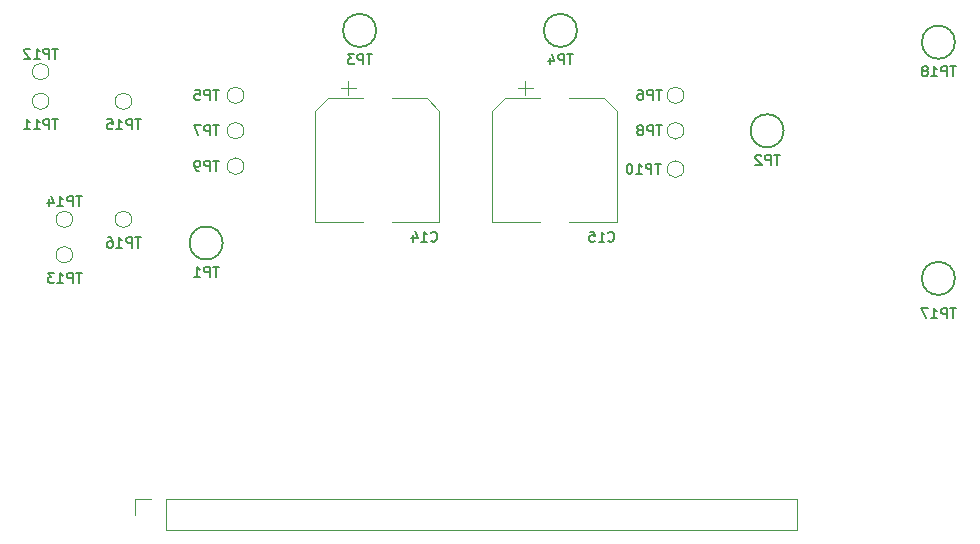
<source format=gbr>
%TF.GenerationSoftware,KiCad,Pcbnew,8.0.6*%
%TF.CreationDate,2024-12-20T12:02:24-05:00*%
%TF.ProjectId,PD Charger,50442043-6861-4726-9765-722e6b696361,0*%
%TF.SameCoordinates,Original*%
%TF.FileFunction,Legend,Bot*%
%TF.FilePolarity,Positive*%
%FSLAX46Y46*%
G04 Gerber Fmt 4.6, Leading zero omitted, Abs format (unit mm)*
G04 Created by KiCad (PCBNEW 8.0.6) date 2024-12-20 12:02:24*
%MOMM*%
%LPD*%
G01*
G04 APERTURE LIST*
%ADD10C,0.150000*%
%ADD11C,0.120000*%
G04 APERTURE END LIST*
D10*
X141477380Y-112535427D02*
X140991666Y-112535427D01*
X141234523Y-113385427D02*
X141234523Y-112535427D01*
X140708333Y-113385427D02*
X140708333Y-112535427D01*
X140708333Y-112535427D02*
X140384523Y-112535427D01*
X140384523Y-112535427D02*
X140303571Y-112575903D01*
X140303571Y-112575903D02*
X140263094Y-112616379D01*
X140263094Y-112616379D02*
X140222618Y-112697331D01*
X140222618Y-112697331D02*
X140222618Y-112818760D01*
X140222618Y-112818760D02*
X140263094Y-112899712D01*
X140263094Y-112899712D02*
X140303571Y-112940189D01*
X140303571Y-112940189D02*
X140384523Y-112980665D01*
X140384523Y-112980665D02*
X140708333Y-112980665D01*
X139413094Y-113385427D02*
X139898809Y-113385427D01*
X139655952Y-113385427D02*
X139655952Y-112535427D01*
X139655952Y-112535427D02*
X139736904Y-112656855D01*
X139736904Y-112656855D02*
X139817856Y-112737808D01*
X139817856Y-112737808D02*
X139898809Y-112778284D01*
X139129761Y-112535427D02*
X138563094Y-112535427D01*
X138563094Y-112535427D02*
X138927380Y-113385427D01*
X79072618Y-94035427D02*
X78586904Y-94035427D01*
X78829761Y-94885427D02*
X78829761Y-94035427D01*
X78303571Y-94885427D02*
X78303571Y-94035427D01*
X78303571Y-94035427D02*
X77979761Y-94035427D01*
X77979761Y-94035427D02*
X77898809Y-94075903D01*
X77898809Y-94075903D02*
X77858332Y-94116379D01*
X77858332Y-94116379D02*
X77817856Y-94197331D01*
X77817856Y-94197331D02*
X77817856Y-94318760D01*
X77817856Y-94318760D02*
X77858332Y-94399712D01*
X77858332Y-94399712D02*
X77898809Y-94440189D01*
X77898809Y-94440189D02*
X77979761Y-94480665D01*
X77979761Y-94480665D02*
X78303571Y-94480665D01*
X77048809Y-94035427D02*
X77453571Y-94035427D01*
X77453571Y-94035427D02*
X77494047Y-94440189D01*
X77494047Y-94440189D02*
X77453571Y-94399712D01*
X77453571Y-94399712D02*
X77372618Y-94359236D01*
X77372618Y-94359236D02*
X77170237Y-94359236D01*
X77170237Y-94359236D02*
X77089285Y-94399712D01*
X77089285Y-94399712D02*
X77048809Y-94440189D01*
X77048809Y-94440189D02*
X77008332Y-94521141D01*
X77008332Y-94521141D02*
X77008332Y-94723522D01*
X77008332Y-94723522D02*
X77048809Y-94804474D01*
X77048809Y-94804474D02*
X77089285Y-94844951D01*
X77089285Y-94844951D02*
X77170237Y-94885427D01*
X77170237Y-94885427D02*
X77372618Y-94885427D01*
X77372618Y-94885427D02*
X77453571Y-94844951D01*
X77453571Y-94844951D02*
X77494047Y-94804474D01*
X116572618Y-97035427D02*
X116086904Y-97035427D01*
X116329761Y-97885427D02*
X116329761Y-97035427D01*
X115803571Y-97885427D02*
X115803571Y-97035427D01*
X115803571Y-97035427D02*
X115479761Y-97035427D01*
X115479761Y-97035427D02*
X115398809Y-97075903D01*
X115398809Y-97075903D02*
X115358332Y-97116379D01*
X115358332Y-97116379D02*
X115317856Y-97197331D01*
X115317856Y-97197331D02*
X115317856Y-97318760D01*
X115317856Y-97318760D02*
X115358332Y-97399712D01*
X115358332Y-97399712D02*
X115398809Y-97440189D01*
X115398809Y-97440189D02*
X115479761Y-97480665D01*
X115479761Y-97480665D02*
X115803571Y-97480665D01*
X114832142Y-97399712D02*
X114913094Y-97359236D01*
X114913094Y-97359236D02*
X114953571Y-97318760D01*
X114953571Y-97318760D02*
X114994047Y-97237808D01*
X114994047Y-97237808D02*
X114994047Y-97197331D01*
X114994047Y-97197331D02*
X114953571Y-97116379D01*
X114953571Y-97116379D02*
X114913094Y-97075903D01*
X114913094Y-97075903D02*
X114832142Y-97035427D01*
X114832142Y-97035427D02*
X114670237Y-97035427D01*
X114670237Y-97035427D02*
X114589285Y-97075903D01*
X114589285Y-97075903D02*
X114548809Y-97116379D01*
X114548809Y-97116379D02*
X114508332Y-97197331D01*
X114508332Y-97197331D02*
X114508332Y-97237808D01*
X114508332Y-97237808D02*
X114548809Y-97318760D01*
X114548809Y-97318760D02*
X114589285Y-97359236D01*
X114589285Y-97359236D02*
X114670237Y-97399712D01*
X114670237Y-97399712D02*
X114832142Y-97399712D01*
X114832142Y-97399712D02*
X114913094Y-97440189D01*
X114913094Y-97440189D02*
X114953571Y-97480665D01*
X114953571Y-97480665D02*
X114994047Y-97561617D01*
X114994047Y-97561617D02*
X114994047Y-97723522D01*
X114994047Y-97723522D02*
X114953571Y-97804474D01*
X114953571Y-97804474D02*
X114913094Y-97844951D01*
X114913094Y-97844951D02*
X114832142Y-97885427D01*
X114832142Y-97885427D02*
X114670237Y-97885427D01*
X114670237Y-97885427D02*
X114589285Y-97844951D01*
X114589285Y-97844951D02*
X114548809Y-97804474D01*
X114548809Y-97804474D02*
X114508332Y-97723522D01*
X114508332Y-97723522D02*
X114508332Y-97561617D01*
X114508332Y-97561617D02*
X114548809Y-97480665D01*
X114548809Y-97480665D02*
X114589285Y-97440189D01*
X114589285Y-97440189D02*
X114670237Y-97399712D01*
X116477380Y-100285427D02*
X115991666Y-100285427D01*
X116234523Y-101135427D02*
X116234523Y-100285427D01*
X115708333Y-101135427D02*
X115708333Y-100285427D01*
X115708333Y-100285427D02*
X115384523Y-100285427D01*
X115384523Y-100285427D02*
X115303571Y-100325903D01*
X115303571Y-100325903D02*
X115263094Y-100366379D01*
X115263094Y-100366379D02*
X115222618Y-100447331D01*
X115222618Y-100447331D02*
X115222618Y-100568760D01*
X115222618Y-100568760D02*
X115263094Y-100649712D01*
X115263094Y-100649712D02*
X115303571Y-100690189D01*
X115303571Y-100690189D02*
X115384523Y-100730665D01*
X115384523Y-100730665D02*
X115708333Y-100730665D01*
X114413094Y-101135427D02*
X114898809Y-101135427D01*
X114655952Y-101135427D02*
X114655952Y-100285427D01*
X114655952Y-100285427D02*
X114736904Y-100406855D01*
X114736904Y-100406855D02*
X114817856Y-100487808D01*
X114817856Y-100487808D02*
X114898809Y-100528284D01*
X113886904Y-100285427D02*
X113805951Y-100285427D01*
X113805951Y-100285427D02*
X113724999Y-100325903D01*
X113724999Y-100325903D02*
X113684523Y-100366379D01*
X113684523Y-100366379D02*
X113644047Y-100447331D01*
X113644047Y-100447331D02*
X113603570Y-100609236D01*
X113603570Y-100609236D02*
X113603570Y-100811617D01*
X113603570Y-100811617D02*
X113644047Y-100973522D01*
X113644047Y-100973522D02*
X113684523Y-101054474D01*
X113684523Y-101054474D02*
X113724999Y-101094951D01*
X113724999Y-101094951D02*
X113805951Y-101135427D01*
X113805951Y-101135427D02*
X113886904Y-101135427D01*
X113886904Y-101135427D02*
X113967856Y-101094951D01*
X113967856Y-101094951D02*
X114008332Y-101054474D01*
X114008332Y-101054474D02*
X114048809Y-100973522D01*
X114048809Y-100973522D02*
X114089285Y-100811617D01*
X114089285Y-100811617D02*
X114089285Y-100609236D01*
X114089285Y-100609236D02*
X114048809Y-100447331D01*
X114048809Y-100447331D02*
X114008332Y-100366379D01*
X114008332Y-100366379D02*
X113967856Y-100325903D01*
X113967856Y-100325903D02*
X113886904Y-100285427D01*
X72477380Y-106535427D02*
X71991666Y-106535427D01*
X72234523Y-107385427D02*
X72234523Y-106535427D01*
X71708333Y-107385427D02*
X71708333Y-106535427D01*
X71708333Y-106535427D02*
X71384523Y-106535427D01*
X71384523Y-106535427D02*
X71303571Y-106575903D01*
X71303571Y-106575903D02*
X71263094Y-106616379D01*
X71263094Y-106616379D02*
X71222618Y-106697331D01*
X71222618Y-106697331D02*
X71222618Y-106818760D01*
X71222618Y-106818760D02*
X71263094Y-106899712D01*
X71263094Y-106899712D02*
X71303571Y-106940189D01*
X71303571Y-106940189D02*
X71384523Y-106980665D01*
X71384523Y-106980665D02*
X71708333Y-106980665D01*
X70413094Y-107385427D02*
X70898809Y-107385427D01*
X70655952Y-107385427D02*
X70655952Y-106535427D01*
X70655952Y-106535427D02*
X70736904Y-106656855D01*
X70736904Y-106656855D02*
X70817856Y-106737808D01*
X70817856Y-106737808D02*
X70898809Y-106778284D01*
X69684523Y-106535427D02*
X69846428Y-106535427D01*
X69846428Y-106535427D02*
X69927380Y-106575903D01*
X69927380Y-106575903D02*
X69967856Y-106616379D01*
X69967856Y-106616379D02*
X70048809Y-106737808D01*
X70048809Y-106737808D02*
X70089285Y-106899712D01*
X70089285Y-106899712D02*
X70089285Y-107223522D01*
X70089285Y-107223522D02*
X70048809Y-107304474D01*
X70048809Y-107304474D02*
X70008332Y-107344951D01*
X70008332Y-107344951D02*
X69927380Y-107385427D01*
X69927380Y-107385427D02*
X69765475Y-107385427D01*
X69765475Y-107385427D02*
X69684523Y-107344951D01*
X69684523Y-107344951D02*
X69644047Y-107304474D01*
X69644047Y-107304474D02*
X69603570Y-107223522D01*
X69603570Y-107223522D02*
X69603570Y-107021141D01*
X69603570Y-107021141D02*
X69644047Y-106940189D01*
X69644047Y-106940189D02*
X69684523Y-106899712D01*
X69684523Y-106899712D02*
X69765475Y-106859236D01*
X69765475Y-106859236D02*
X69927380Y-106859236D01*
X69927380Y-106859236D02*
X70008332Y-106899712D01*
X70008332Y-106899712D02*
X70048809Y-106940189D01*
X70048809Y-106940189D02*
X70089285Y-107021141D01*
X67477380Y-103035427D02*
X66991666Y-103035427D01*
X67234523Y-103885427D02*
X67234523Y-103035427D01*
X66708333Y-103885427D02*
X66708333Y-103035427D01*
X66708333Y-103035427D02*
X66384523Y-103035427D01*
X66384523Y-103035427D02*
X66303571Y-103075903D01*
X66303571Y-103075903D02*
X66263094Y-103116379D01*
X66263094Y-103116379D02*
X66222618Y-103197331D01*
X66222618Y-103197331D02*
X66222618Y-103318760D01*
X66222618Y-103318760D02*
X66263094Y-103399712D01*
X66263094Y-103399712D02*
X66303571Y-103440189D01*
X66303571Y-103440189D02*
X66384523Y-103480665D01*
X66384523Y-103480665D02*
X66708333Y-103480665D01*
X65413094Y-103885427D02*
X65898809Y-103885427D01*
X65655952Y-103885427D02*
X65655952Y-103035427D01*
X65655952Y-103035427D02*
X65736904Y-103156855D01*
X65736904Y-103156855D02*
X65817856Y-103237808D01*
X65817856Y-103237808D02*
X65898809Y-103278284D01*
X64684523Y-103318760D02*
X64684523Y-103885427D01*
X64886904Y-102994951D02*
X65089285Y-103602093D01*
X65089285Y-103602093D02*
X64563094Y-103602093D01*
X112046428Y-106804474D02*
X112086904Y-106844951D01*
X112086904Y-106844951D02*
X112208333Y-106885427D01*
X112208333Y-106885427D02*
X112289285Y-106885427D01*
X112289285Y-106885427D02*
X112410714Y-106844951D01*
X112410714Y-106844951D02*
X112491666Y-106763998D01*
X112491666Y-106763998D02*
X112532143Y-106683046D01*
X112532143Y-106683046D02*
X112572619Y-106521141D01*
X112572619Y-106521141D02*
X112572619Y-106399712D01*
X112572619Y-106399712D02*
X112532143Y-106237808D01*
X112532143Y-106237808D02*
X112491666Y-106156855D01*
X112491666Y-106156855D02*
X112410714Y-106075903D01*
X112410714Y-106075903D02*
X112289285Y-106035427D01*
X112289285Y-106035427D02*
X112208333Y-106035427D01*
X112208333Y-106035427D02*
X112086904Y-106075903D01*
X112086904Y-106075903D02*
X112046428Y-106116379D01*
X111236904Y-106885427D02*
X111722619Y-106885427D01*
X111479762Y-106885427D02*
X111479762Y-106035427D01*
X111479762Y-106035427D02*
X111560714Y-106156855D01*
X111560714Y-106156855D02*
X111641666Y-106237808D01*
X111641666Y-106237808D02*
X111722619Y-106278284D01*
X110467857Y-106035427D02*
X110872619Y-106035427D01*
X110872619Y-106035427D02*
X110913095Y-106440189D01*
X110913095Y-106440189D02*
X110872619Y-106399712D01*
X110872619Y-106399712D02*
X110791666Y-106359236D01*
X110791666Y-106359236D02*
X110589285Y-106359236D01*
X110589285Y-106359236D02*
X110508333Y-106399712D01*
X110508333Y-106399712D02*
X110467857Y-106440189D01*
X110467857Y-106440189D02*
X110427380Y-106521141D01*
X110427380Y-106521141D02*
X110427380Y-106723522D01*
X110427380Y-106723522D02*
X110467857Y-106804474D01*
X110467857Y-106804474D02*
X110508333Y-106844951D01*
X110508333Y-106844951D02*
X110589285Y-106885427D01*
X110589285Y-106885427D02*
X110791666Y-106885427D01*
X110791666Y-106885427D02*
X110872619Y-106844951D01*
X110872619Y-106844951D02*
X110913095Y-106804474D01*
X65477380Y-96535427D02*
X64991666Y-96535427D01*
X65234523Y-97385427D02*
X65234523Y-96535427D01*
X64708333Y-97385427D02*
X64708333Y-96535427D01*
X64708333Y-96535427D02*
X64384523Y-96535427D01*
X64384523Y-96535427D02*
X64303571Y-96575903D01*
X64303571Y-96575903D02*
X64263094Y-96616379D01*
X64263094Y-96616379D02*
X64222618Y-96697331D01*
X64222618Y-96697331D02*
X64222618Y-96818760D01*
X64222618Y-96818760D02*
X64263094Y-96899712D01*
X64263094Y-96899712D02*
X64303571Y-96940189D01*
X64303571Y-96940189D02*
X64384523Y-96980665D01*
X64384523Y-96980665D02*
X64708333Y-96980665D01*
X63413094Y-97385427D02*
X63898809Y-97385427D01*
X63655952Y-97385427D02*
X63655952Y-96535427D01*
X63655952Y-96535427D02*
X63736904Y-96656855D01*
X63736904Y-96656855D02*
X63817856Y-96737808D01*
X63817856Y-96737808D02*
X63898809Y-96778284D01*
X62603570Y-97385427D02*
X63089285Y-97385427D01*
X62846428Y-97385427D02*
X62846428Y-96535427D01*
X62846428Y-96535427D02*
X62927380Y-96656855D01*
X62927380Y-96656855D02*
X63008332Y-96737808D01*
X63008332Y-96737808D02*
X63089285Y-96778284D01*
X65477380Y-90535427D02*
X64991666Y-90535427D01*
X65234523Y-91385427D02*
X65234523Y-90535427D01*
X64708333Y-91385427D02*
X64708333Y-90535427D01*
X64708333Y-90535427D02*
X64384523Y-90535427D01*
X64384523Y-90535427D02*
X64303571Y-90575903D01*
X64303571Y-90575903D02*
X64263094Y-90616379D01*
X64263094Y-90616379D02*
X64222618Y-90697331D01*
X64222618Y-90697331D02*
X64222618Y-90818760D01*
X64222618Y-90818760D02*
X64263094Y-90899712D01*
X64263094Y-90899712D02*
X64303571Y-90940189D01*
X64303571Y-90940189D02*
X64384523Y-90980665D01*
X64384523Y-90980665D02*
X64708333Y-90980665D01*
X63413094Y-91385427D02*
X63898809Y-91385427D01*
X63655952Y-91385427D02*
X63655952Y-90535427D01*
X63655952Y-90535427D02*
X63736904Y-90656855D01*
X63736904Y-90656855D02*
X63817856Y-90737808D01*
X63817856Y-90737808D02*
X63898809Y-90778284D01*
X63089285Y-90616379D02*
X63048809Y-90575903D01*
X63048809Y-90575903D02*
X62967856Y-90535427D01*
X62967856Y-90535427D02*
X62765475Y-90535427D01*
X62765475Y-90535427D02*
X62684523Y-90575903D01*
X62684523Y-90575903D02*
X62644047Y-90616379D01*
X62644047Y-90616379D02*
X62603570Y-90697331D01*
X62603570Y-90697331D02*
X62603570Y-90778284D01*
X62603570Y-90778284D02*
X62644047Y-90899712D01*
X62644047Y-90899712D02*
X63129761Y-91385427D01*
X63129761Y-91385427D02*
X62603570Y-91385427D01*
X141477380Y-92035427D02*
X140991666Y-92035427D01*
X141234523Y-92885427D02*
X141234523Y-92035427D01*
X140708333Y-92885427D02*
X140708333Y-92035427D01*
X140708333Y-92035427D02*
X140384523Y-92035427D01*
X140384523Y-92035427D02*
X140303571Y-92075903D01*
X140303571Y-92075903D02*
X140263094Y-92116379D01*
X140263094Y-92116379D02*
X140222618Y-92197331D01*
X140222618Y-92197331D02*
X140222618Y-92318760D01*
X140222618Y-92318760D02*
X140263094Y-92399712D01*
X140263094Y-92399712D02*
X140303571Y-92440189D01*
X140303571Y-92440189D02*
X140384523Y-92480665D01*
X140384523Y-92480665D02*
X140708333Y-92480665D01*
X139413094Y-92885427D02*
X139898809Y-92885427D01*
X139655952Y-92885427D02*
X139655952Y-92035427D01*
X139655952Y-92035427D02*
X139736904Y-92156855D01*
X139736904Y-92156855D02*
X139817856Y-92237808D01*
X139817856Y-92237808D02*
X139898809Y-92278284D01*
X138927380Y-92399712D02*
X139008332Y-92359236D01*
X139008332Y-92359236D02*
X139048809Y-92318760D01*
X139048809Y-92318760D02*
X139089285Y-92237808D01*
X139089285Y-92237808D02*
X139089285Y-92197331D01*
X139089285Y-92197331D02*
X139048809Y-92116379D01*
X139048809Y-92116379D02*
X139008332Y-92075903D01*
X139008332Y-92075903D02*
X138927380Y-92035427D01*
X138927380Y-92035427D02*
X138765475Y-92035427D01*
X138765475Y-92035427D02*
X138684523Y-92075903D01*
X138684523Y-92075903D02*
X138644047Y-92116379D01*
X138644047Y-92116379D02*
X138603570Y-92197331D01*
X138603570Y-92197331D02*
X138603570Y-92237808D01*
X138603570Y-92237808D02*
X138644047Y-92318760D01*
X138644047Y-92318760D02*
X138684523Y-92359236D01*
X138684523Y-92359236D02*
X138765475Y-92399712D01*
X138765475Y-92399712D02*
X138927380Y-92399712D01*
X138927380Y-92399712D02*
X139008332Y-92440189D01*
X139008332Y-92440189D02*
X139048809Y-92480665D01*
X139048809Y-92480665D02*
X139089285Y-92561617D01*
X139089285Y-92561617D02*
X139089285Y-92723522D01*
X139089285Y-92723522D02*
X139048809Y-92804474D01*
X139048809Y-92804474D02*
X139008332Y-92844951D01*
X139008332Y-92844951D02*
X138927380Y-92885427D01*
X138927380Y-92885427D02*
X138765475Y-92885427D01*
X138765475Y-92885427D02*
X138684523Y-92844951D01*
X138684523Y-92844951D02*
X138644047Y-92804474D01*
X138644047Y-92804474D02*
X138603570Y-92723522D01*
X138603570Y-92723522D02*
X138603570Y-92561617D01*
X138603570Y-92561617D02*
X138644047Y-92480665D01*
X138644047Y-92480665D02*
X138684523Y-92440189D01*
X138684523Y-92440189D02*
X138765475Y-92399712D01*
X109072618Y-91035427D02*
X108586904Y-91035427D01*
X108829761Y-91885427D02*
X108829761Y-91035427D01*
X108303571Y-91885427D02*
X108303571Y-91035427D01*
X108303571Y-91035427D02*
X107979761Y-91035427D01*
X107979761Y-91035427D02*
X107898809Y-91075903D01*
X107898809Y-91075903D02*
X107858332Y-91116379D01*
X107858332Y-91116379D02*
X107817856Y-91197331D01*
X107817856Y-91197331D02*
X107817856Y-91318760D01*
X107817856Y-91318760D02*
X107858332Y-91399712D01*
X107858332Y-91399712D02*
X107898809Y-91440189D01*
X107898809Y-91440189D02*
X107979761Y-91480665D01*
X107979761Y-91480665D02*
X108303571Y-91480665D01*
X107089285Y-91318760D02*
X107089285Y-91885427D01*
X107291666Y-90994951D02*
X107494047Y-91602093D01*
X107494047Y-91602093D02*
X106967856Y-91602093D01*
X79072618Y-100035427D02*
X78586904Y-100035427D01*
X78829761Y-100885427D02*
X78829761Y-100035427D01*
X78303571Y-100885427D02*
X78303571Y-100035427D01*
X78303571Y-100035427D02*
X77979761Y-100035427D01*
X77979761Y-100035427D02*
X77898809Y-100075903D01*
X77898809Y-100075903D02*
X77858332Y-100116379D01*
X77858332Y-100116379D02*
X77817856Y-100197331D01*
X77817856Y-100197331D02*
X77817856Y-100318760D01*
X77817856Y-100318760D02*
X77858332Y-100399712D01*
X77858332Y-100399712D02*
X77898809Y-100440189D01*
X77898809Y-100440189D02*
X77979761Y-100480665D01*
X77979761Y-100480665D02*
X78303571Y-100480665D01*
X77413094Y-100885427D02*
X77251190Y-100885427D01*
X77251190Y-100885427D02*
X77170237Y-100844951D01*
X77170237Y-100844951D02*
X77129761Y-100804474D01*
X77129761Y-100804474D02*
X77048809Y-100683046D01*
X77048809Y-100683046D02*
X77008332Y-100521141D01*
X77008332Y-100521141D02*
X77008332Y-100197331D01*
X77008332Y-100197331D02*
X77048809Y-100116379D01*
X77048809Y-100116379D02*
X77089285Y-100075903D01*
X77089285Y-100075903D02*
X77170237Y-100035427D01*
X77170237Y-100035427D02*
X77332142Y-100035427D01*
X77332142Y-100035427D02*
X77413094Y-100075903D01*
X77413094Y-100075903D02*
X77453571Y-100116379D01*
X77453571Y-100116379D02*
X77494047Y-100197331D01*
X77494047Y-100197331D02*
X77494047Y-100399712D01*
X77494047Y-100399712D02*
X77453571Y-100480665D01*
X77453571Y-100480665D02*
X77413094Y-100521141D01*
X77413094Y-100521141D02*
X77332142Y-100561617D01*
X77332142Y-100561617D02*
X77170237Y-100561617D01*
X77170237Y-100561617D02*
X77089285Y-100521141D01*
X77089285Y-100521141D02*
X77048809Y-100480665D01*
X77048809Y-100480665D02*
X77008332Y-100399712D01*
X116572618Y-94035427D02*
X116086904Y-94035427D01*
X116329761Y-94885427D02*
X116329761Y-94035427D01*
X115803571Y-94885427D02*
X115803571Y-94035427D01*
X115803571Y-94035427D02*
X115479761Y-94035427D01*
X115479761Y-94035427D02*
X115398809Y-94075903D01*
X115398809Y-94075903D02*
X115358332Y-94116379D01*
X115358332Y-94116379D02*
X115317856Y-94197331D01*
X115317856Y-94197331D02*
X115317856Y-94318760D01*
X115317856Y-94318760D02*
X115358332Y-94399712D01*
X115358332Y-94399712D02*
X115398809Y-94440189D01*
X115398809Y-94440189D02*
X115479761Y-94480665D01*
X115479761Y-94480665D02*
X115803571Y-94480665D01*
X114589285Y-94035427D02*
X114751190Y-94035427D01*
X114751190Y-94035427D02*
X114832142Y-94075903D01*
X114832142Y-94075903D02*
X114872618Y-94116379D01*
X114872618Y-94116379D02*
X114953571Y-94237808D01*
X114953571Y-94237808D02*
X114994047Y-94399712D01*
X114994047Y-94399712D02*
X114994047Y-94723522D01*
X114994047Y-94723522D02*
X114953571Y-94804474D01*
X114953571Y-94804474D02*
X114913094Y-94844951D01*
X114913094Y-94844951D02*
X114832142Y-94885427D01*
X114832142Y-94885427D02*
X114670237Y-94885427D01*
X114670237Y-94885427D02*
X114589285Y-94844951D01*
X114589285Y-94844951D02*
X114548809Y-94804474D01*
X114548809Y-94804474D02*
X114508332Y-94723522D01*
X114508332Y-94723522D02*
X114508332Y-94521141D01*
X114508332Y-94521141D02*
X114548809Y-94440189D01*
X114548809Y-94440189D02*
X114589285Y-94399712D01*
X114589285Y-94399712D02*
X114670237Y-94359236D01*
X114670237Y-94359236D02*
X114832142Y-94359236D01*
X114832142Y-94359236D02*
X114913094Y-94399712D01*
X114913094Y-94399712D02*
X114953571Y-94440189D01*
X114953571Y-94440189D02*
X114994047Y-94521141D01*
X67477380Y-109535427D02*
X66991666Y-109535427D01*
X67234523Y-110385427D02*
X67234523Y-109535427D01*
X66708333Y-110385427D02*
X66708333Y-109535427D01*
X66708333Y-109535427D02*
X66384523Y-109535427D01*
X66384523Y-109535427D02*
X66303571Y-109575903D01*
X66303571Y-109575903D02*
X66263094Y-109616379D01*
X66263094Y-109616379D02*
X66222618Y-109697331D01*
X66222618Y-109697331D02*
X66222618Y-109818760D01*
X66222618Y-109818760D02*
X66263094Y-109899712D01*
X66263094Y-109899712D02*
X66303571Y-109940189D01*
X66303571Y-109940189D02*
X66384523Y-109980665D01*
X66384523Y-109980665D02*
X66708333Y-109980665D01*
X65413094Y-110385427D02*
X65898809Y-110385427D01*
X65655952Y-110385427D02*
X65655952Y-109535427D01*
X65655952Y-109535427D02*
X65736904Y-109656855D01*
X65736904Y-109656855D02*
X65817856Y-109737808D01*
X65817856Y-109737808D02*
X65898809Y-109778284D01*
X65129761Y-109535427D02*
X64603570Y-109535427D01*
X64603570Y-109535427D02*
X64886904Y-109859236D01*
X64886904Y-109859236D02*
X64765475Y-109859236D01*
X64765475Y-109859236D02*
X64684523Y-109899712D01*
X64684523Y-109899712D02*
X64644047Y-109940189D01*
X64644047Y-109940189D02*
X64603570Y-110021141D01*
X64603570Y-110021141D02*
X64603570Y-110223522D01*
X64603570Y-110223522D02*
X64644047Y-110304474D01*
X64644047Y-110304474D02*
X64684523Y-110344951D01*
X64684523Y-110344951D02*
X64765475Y-110385427D01*
X64765475Y-110385427D02*
X65008332Y-110385427D01*
X65008332Y-110385427D02*
X65089285Y-110344951D01*
X65089285Y-110344951D02*
X65129761Y-110304474D01*
X79072618Y-97035427D02*
X78586904Y-97035427D01*
X78829761Y-97885427D02*
X78829761Y-97035427D01*
X78303571Y-97885427D02*
X78303571Y-97035427D01*
X78303571Y-97035427D02*
X77979761Y-97035427D01*
X77979761Y-97035427D02*
X77898809Y-97075903D01*
X77898809Y-97075903D02*
X77858332Y-97116379D01*
X77858332Y-97116379D02*
X77817856Y-97197331D01*
X77817856Y-97197331D02*
X77817856Y-97318760D01*
X77817856Y-97318760D02*
X77858332Y-97399712D01*
X77858332Y-97399712D02*
X77898809Y-97440189D01*
X77898809Y-97440189D02*
X77979761Y-97480665D01*
X77979761Y-97480665D02*
X78303571Y-97480665D01*
X77534523Y-97035427D02*
X76967856Y-97035427D01*
X76967856Y-97035427D02*
X77332142Y-97885427D01*
X126572618Y-99535427D02*
X126086904Y-99535427D01*
X126329761Y-100385427D02*
X126329761Y-99535427D01*
X125803571Y-100385427D02*
X125803571Y-99535427D01*
X125803571Y-99535427D02*
X125479761Y-99535427D01*
X125479761Y-99535427D02*
X125398809Y-99575903D01*
X125398809Y-99575903D02*
X125358332Y-99616379D01*
X125358332Y-99616379D02*
X125317856Y-99697331D01*
X125317856Y-99697331D02*
X125317856Y-99818760D01*
X125317856Y-99818760D02*
X125358332Y-99899712D01*
X125358332Y-99899712D02*
X125398809Y-99940189D01*
X125398809Y-99940189D02*
X125479761Y-99980665D01*
X125479761Y-99980665D02*
X125803571Y-99980665D01*
X124994047Y-99616379D02*
X124953571Y-99575903D01*
X124953571Y-99575903D02*
X124872618Y-99535427D01*
X124872618Y-99535427D02*
X124670237Y-99535427D01*
X124670237Y-99535427D02*
X124589285Y-99575903D01*
X124589285Y-99575903D02*
X124548809Y-99616379D01*
X124548809Y-99616379D02*
X124508332Y-99697331D01*
X124508332Y-99697331D02*
X124508332Y-99778284D01*
X124508332Y-99778284D02*
X124548809Y-99899712D01*
X124548809Y-99899712D02*
X125034523Y-100385427D01*
X125034523Y-100385427D02*
X124508332Y-100385427D01*
X97046428Y-106804474D02*
X97086904Y-106844951D01*
X97086904Y-106844951D02*
X97208333Y-106885427D01*
X97208333Y-106885427D02*
X97289285Y-106885427D01*
X97289285Y-106885427D02*
X97410714Y-106844951D01*
X97410714Y-106844951D02*
X97491666Y-106763998D01*
X97491666Y-106763998D02*
X97532143Y-106683046D01*
X97532143Y-106683046D02*
X97572619Y-106521141D01*
X97572619Y-106521141D02*
X97572619Y-106399712D01*
X97572619Y-106399712D02*
X97532143Y-106237808D01*
X97532143Y-106237808D02*
X97491666Y-106156855D01*
X97491666Y-106156855D02*
X97410714Y-106075903D01*
X97410714Y-106075903D02*
X97289285Y-106035427D01*
X97289285Y-106035427D02*
X97208333Y-106035427D01*
X97208333Y-106035427D02*
X97086904Y-106075903D01*
X97086904Y-106075903D02*
X97046428Y-106116379D01*
X96236904Y-106885427D02*
X96722619Y-106885427D01*
X96479762Y-106885427D02*
X96479762Y-106035427D01*
X96479762Y-106035427D02*
X96560714Y-106156855D01*
X96560714Y-106156855D02*
X96641666Y-106237808D01*
X96641666Y-106237808D02*
X96722619Y-106278284D01*
X95508333Y-106318760D02*
X95508333Y-106885427D01*
X95710714Y-105994951D02*
X95913095Y-106602093D01*
X95913095Y-106602093D02*
X95386904Y-106602093D01*
X72477380Y-96535427D02*
X71991666Y-96535427D01*
X72234523Y-97385427D02*
X72234523Y-96535427D01*
X71708333Y-97385427D02*
X71708333Y-96535427D01*
X71708333Y-96535427D02*
X71384523Y-96535427D01*
X71384523Y-96535427D02*
X71303571Y-96575903D01*
X71303571Y-96575903D02*
X71263094Y-96616379D01*
X71263094Y-96616379D02*
X71222618Y-96697331D01*
X71222618Y-96697331D02*
X71222618Y-96818760D01*
X71222618Y-96818760D02*
X71263094Y-96899712D01*
X71263094Y-96899712D02*
X71303571Y-96940189D01*
X71303571Y-96940189D02*
X71384523Y-96980665D01*
X71384523Y-96980665D02*
X71708333Y-96980665D01*
X70413094Y-97385427D02*
X70898809Y-97385427D01*
X70655952Y-97385427D02*
X70655952Y-96535427D01*
X70655952Y-96535427D02*
X70736904Y-96656855D01*
X70736904Y-96656855D02*
X70817856Y-96737808D01*
X70817856Y-96737808D02*
X70898809Y-96778284D01*
X69644047Y-96535427D02*
X70048809Y-96535427D01*
X70048809Y-96535427D02*
X70089285Y-96940189D01*
X70089285Y-96940189D02*
X70048809Y-96899712D01*
X70048809Y-96899712D02*
X69967856Y-96859236D01*
X69967856Y-96859236D02*
X69765475Y-96859236D01*
X69765475Y-96859236D02*
X69684523Y-96899712D01*
X69684523Y-96899712D02*
X69644047Y-96940189D01*
X69644047Y-96940189D02*
X69603570Y-97021141D01*
X69603570Y-97021141D02*
X69603570Y-97223522D01*
X69603570Y-97223522D02*
X69644047Y-97304474D01*
X69644047Y-97304474D02*
X69684523Y-97344951D01*
X69684523Y-97344951D02*
X69765475Y-97385427D01*
X69765475Y-97385427D02*
X69967856Y-97385427D01*
X69967856Y-97385427D02*
X70048809Y-97344951D01*
X70048809Y-97344951D02*
X70089285Y-97304474D01*
X92072618Y-91035427D02*
X91586904Y-91035427D01*
X91829761Y-91885427D02*
X91829761Y-91035427D01*
X91303571Y-91885427D02*
X91303571Y-91035427D01*
X91303571Y-91035427D02*
X90979761Y-91035427D01*
X90979761Y-91035427D02*
X90898809Y-91075903D01*
X90898809Y-91075903D02*
X90858332Y-91116379D01*
X90858332Y-91116379D02*
X90817856Y-91197331D01*
X90817856Y-91197331D02*
X90817856Y-91318760D01*
X90817856Y-91318760D02*
X90858332Y-91399712D01*
X90858332Y-91399712D02*
X90898809Y-91440189D01*
X90898809Y-91440189D02*
X90979761Y-91480665D01*
X90979761Y-91480665D02*
X91303571Y-91480665D01*
X90534523Y-91035427D02*
X90008332Y-91035427D01*
X90008332Y-91035427D02*
X90291666Y-91359236D01*
X90291666Y-91359236D02*
X90170237Y-91359236D01*
X90170237Y-91359236D02*
X90089285Y-91399712D01*
X90089285Y-91399712D02*
X90048809Y-91440189D01*
X90048809Y-91440189D02*
X90008332Y-91521141D01*
X90008332Y-91521141D02*
X90008332Y-91723522D01*
X90008332Y-91723522D02*
X90048809Y-91804474D01*
X90048809Y-91804474D02*
X90089285Y-91844951D01*
X90089285Y-91844951D02*
X90170237Y-91885427D01*
X90170237Y-91885427D02*
X90413094Y-91885427D01*
X90413094Y-91885427D02*
X90494047Y-91844951D01*
X90494047Y-91844951D02*
X90534523Y-91804474D01*
X79072618Y-109035427D02*
X78586904Y-109035427D01*
X78829761Y-109885427D02*
X78829761Y-109035427D01*
X78303571Y-109885427D02*
X78303571Y-109035427D01*
X78303571Y-109035427D02*
X77979761Y-109035427D01*
X77979761Y-109035427D02*
X77898809Y-109075903D01*
X77898809Y-109075903D02*
X77858332Y-109116379D01*
X77858332Y-109116379D02*
X77817856Y-109197331D01*
X77817856Y-109197331D02*
X77817856Y-109318760D01*
X77817856Y-109318760D02*
X77858332Y-109399712D01*
X77858332Y-109399712D02*
X77898809Y-109440189D01*
X77898809Y-109440189D02*
X77979761Y-109480665D01*
X77979761Y-109480665D02*
X78303571Y-109480665D01*
X77008332Y-109885427D02*
X77494047Y-109885427D01*
X77251190Y-109885427D02*
X77251190Y-109035427D01*
X77251190Y-109035427D02*
X77332142Y-109156855D01*
X77332142Y-109156855D02*
X77413094Y-109237808D01*
X77413094Y-109237808D02*
X77494047Y-109278284D01*
D11*
%TO.C,J1*%
X71995000Y-130000000D02*
X71995000Y-128670000D01*
X71995000Y-128670000D02*
X73325000Y-128670000D01*
X127995000Y-131330000D02*
X74595000Y-131330000D01*
X74595000Y-131330000D02*
X74595000Y-128670000D01*
X127995000Y-128670000D02*
X74595000Y-128670000D01*
X127995000Y-131330000D02*
X127995000Y-128670000D01*
D10*
%TO.C,TP17*%
X141400000Y-110000000D02*
G75*
G02*
X138600000Y-110000000I-1400000J0D01*
G01*
X138600000Y-110000000D02*
G75*
G02*
X141400000Y-110000000I1400000J0D01*
G01*
D11*
%TO.C,TP5*%
X81200000Y-94500000D02*
G75*
G02*
X79800000Y-94500000I-700000J0D01*
G01*
X79800000Y-94500000D02*
G75*
G02*
X81200000Y-94500000I700000J0D01*
G01*
%TO.C,TP8*%
X118450000Y-97500000D02*
G75*
G02*
X117050000Y-97500000I-700000J0D01*
G01*
X117050000Y-97500000D02*
G75*
G02*
X118450000Y-97500000I700000J0D01*
G01*
%TO.C,TP10*%
X118450000Y-100750000D02*
G75*
G02*
X117050000Y-100750000I-700000J0D01*
G01*
X117050000Y-100750000D02*
G75*
G02*
X118450000Y-100750000I700000J0D01*
G01*
%TO.C,TP16*%
X71700000Y-105000000D02*
G75*
G02*
X70300000Y-105000000I-700000J0D01*
G01*
X70300000Y-105000000D02*
G75*
G02*
X71700000Y-105000000I700000J0D01*
G01*
%TO.C,TP14*%
X66700000Y-105000000D02*
G75*
G02*
X65300000Y-105000000I-700000J0D01*
G01*
X65300000Y-105000000D02*
G75*
G02*
X66700000Y-105000000I700000J0D01*
G01*
%TO.C,C15*%
X102240000Y-95804437D02*
X103304437Y-94740000D01*
X102240000Y-105260000D02*
X102240000Y-95804437D01*
X105040000Y-94500000D02*
X105040000Y-93250000D01*
X105665000Y-93875000D02*
X104415000Y-93875000D01*
X106290000Y-94740000D02*
X103304437Y-94740000D01*
X106290000Y-105260000D02*
X102240000Y-105260000D01*
X108710000Y-94740000D02*
X111695563Y-94740000D01*
X108710000Y-105260000D02*
X112760000Y-105260000D01*
X112760000Y-95804437D02*
X111695563Y-94740000D01*
X112760000Y-105260000D02*
X112760000Y-95804437D01*
%TO.C,TP11*%
X64700000Y-95000000D02*
G75*
G02*
X63300000Y-95000000I-700000J0D01*
G01*
X63300000Y-95000000D02*
G75*
G02*
X64700000Y-95000000I700000J0D01*
G01*
%TO.C,TP12*%
X64700000Y-92500000D02*
G75*
G02*
X63300000Y-92500000I-700000J0D01*
G01*
X63300000Y-92500000D02*
G75*
G02*
X64700000Y-92500000I700000J0D01*
G01*
D10*
%TO.C,TP18*%
X141400000Y-90000000D02*
G75*
G02*
X138600000Y-90000000I-1400000J0D01*
G01*
X138600000Y-90000000D02*
G75*
G02*
X141400000Y-90000000I1400000J0D01*
G01*
%TO.C,TP4*%
X109400000Y-89000000D02*
G75*
G02*
X106600000Y-89000000I-1400000J0D01*
G01*
X106600000Y-89000000D02*
G75*
G02*
X109400000Y-89000000I1400000J0D01*
G01*
D11*
%TO.C,TP9*%
X81200000Y-100500000D02*
G75*
G02*
X79800000Y-100500000I-700000J0D01*
G01*
X79800000Y-100500000D02*
G75*
G02*
X81200000Y-100500000I700000J0D01*
G01*
%TO.C,TP6*%
X118450000Y-94500000D02*
G75*
G02*
X117050000Y-94500000I-700000J0D01*
G01*
X117050000Y-94500000D02*
G75*
G02*
X118450000Y-94500000I700000J0D01*
G01*
%TO.C,TP13*%
X66700000Y-108000000D02*
G75*
G02*
X65300000Y-108000000I-700000J0D01*
G01*
X65300000Y-108000000D02*
G75*
G02*
X66700000Y-108000000I700000J0D01*
G01*
%TO.C,TP7*%
X81200000Y-97500000D02*
G75*
G02*
X79800000Y-97500000I-700000J0D01*
G01*
X79800000Y-97500000D02*
G75*
G02*
X81200000Y-97500000I700000J0D01*
G01*
D10*
%TO.C,TP2*%
X126900000Y-97500000D02*
G75*
G02*
X124100000Y-97500000I-1400000J0D01*
G01*
X124100000Y-97500000D02*
G75*
G02*
X126900000Y-97500000I1400000J0D01*
G01*
D11*
%TO.C,C14*%
X87240000Y-95804437D02*
X88304437Y-94740000D01*
X87240000Y-105260000D02*
X87240000Y-95804437D01*
X90040000Y-94500000D02*
X90040000Y-93250000D01*
X90665000Y-93875000D02*
X89415000Y-93875000D01*
X91290000Y-94740000D02*
X88304437Y-94740000D01*
X91290000Y-105260000D02*
X87240000Y-105260000D01*
X93710000Y-94740000D02*
X96695563Y-94740000D01*
X93710000Y-105260000D02*
X97760000Y-105260000D01*
X97760000Y-95804437D02*
X96695563Y-94740000D01*
X97760000Y-105260000D02*
X97760000Y-95804437D01*
%TO.C,TP15*%
X71700000Y-95000000D02*
G75*
G02*
X70300000Y-95000000I-700000J0D01*
G01*
X70300000Y-95000000D02*
G75*
G02*
X71700000Y-95000000I700000J0D01*
G01*
D10*
%TO.C,TP3*%
X92400000Y-89000000D02*
G75*
G02*
X89600000Y-89000000I-1400000J0D01*
G01*
X89600000Y-89000000D02*
G75*
G02*
X92400000Y-89000000I1400000J0D01*
G01*
%TO.C,TP1*%
X79400000Y-107000000D02*
G75*
G02*
X76600000Y-107000000I-1400000J0D01*
G01*
X76600000Y-107000000D02*
G75*
G02*
X79400000Y-107000000I1400000J0D01*
G01*
%TD*%
M02*

</source>
